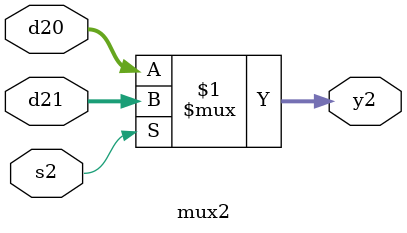
<source format=sv>
module mux2(input logic [3:0] d20, d21,
				input logic s2,
				output logic [3:0] y2);
assign y2 = s2 ? d21 : d20;
endmodule
</source>
